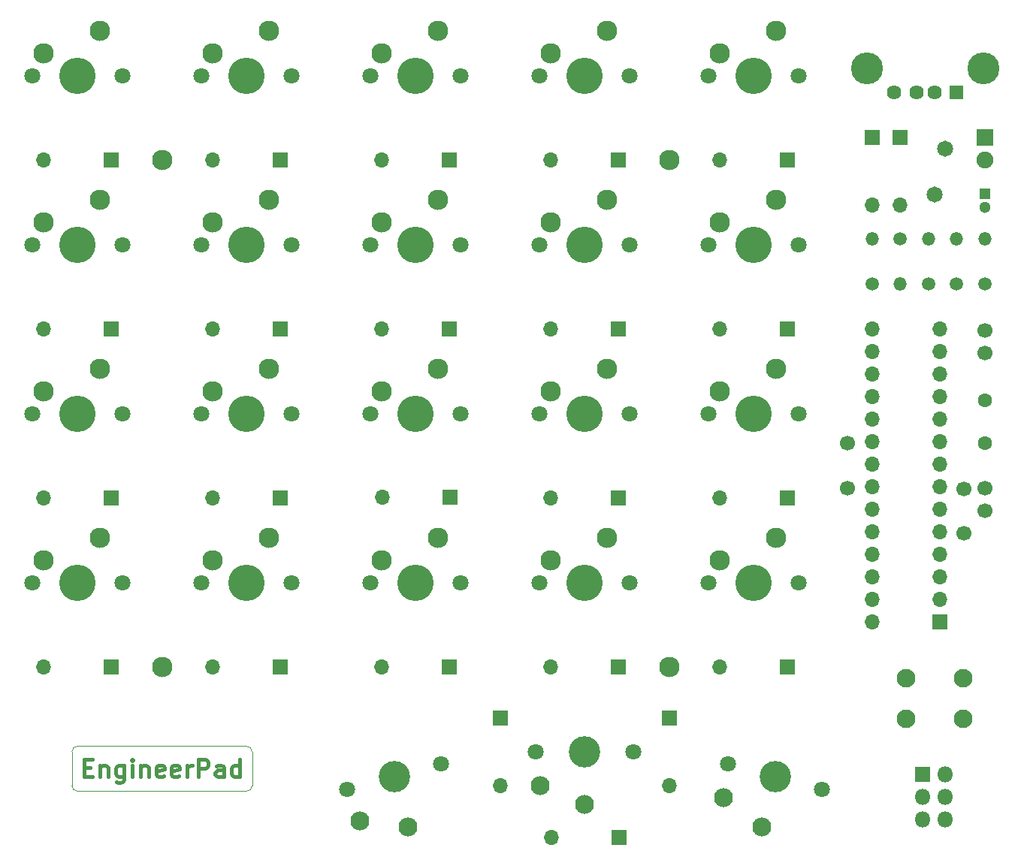
<source format=gbr>
%TF.GenerationSoftware,KiCad,Pcbnew,(5.1.6-0-10_14)*%
%TF.CreationDate,2020-09-02T17:46:37+08:00*%
%TF.ProjectId,EngineerPad,456e6769-6e65-4657-9250-61642e6b6963,v0.3*%
%TF.SameCoordinates,Original*%
%TF.FileFunction,Soldermask,Top*%
%TF.FilePolarity,Negative*%
%FSLAX46Y46*%
G04 Gerber Fmt 4.6, Leading zero omitted, Abs format (unit mm)*
G04 Created by KiCad (PCBNEW (5.1.6-0-10_14)) date 2020-09-02 17:46:37*
%MOMM*%
%LPD*%
G01*
G04 APERTURE LIST*
%ADD10C,0.120000*%
%ADD11C,0.400000*%
%ADD12C,1.624000*%
%ADD13R,1.624000X1.624000*%
%ADD14C,3.600000*%
%ADD15C,3.529000*%
%ADD16C,2.132000*%
%ADD17C,1.801800*%
%ADD18C,2.300000*%
%ADD19C,1.800000*%
%ADD20C,4.100000*%
%ADD21O,1.700000X1.700000*%
%ADD22R,1.700000X1.700000*%
%ADD23O,1.500000X1.500000*%
%ADD24C,1.500000*%
%ADD25R,1.800000X1.800000*%
%ADD26O,1.800000X1.800000*%
%ADD27C,1.810000*%
%ADD28C,1.900000*%
%ADD29R,1.900000X1.900000*%
%ADD30C,1.600000*%
%ADD31C,2.100000*%
%ADD32C,1.700000*%
%ADD33C,1.300000*%
%ADD34R,1.300000X1.300000*%
G04 APERTURE END LIST*
D10*
X84665000Y-142700000D02*
X84665000Y-146510000D01*
X104985000Y-146510000D02*
X104985000Y-142700000D01*
X104350000Y-142065000D02*
X85300000Y-142065000D01*
X104350000Y-147145000D02*
X85300000Y-147145000D01*
X104350000Y-142065000D02*
G75*
G02*
X104985000Y-142700000I0J-635000D01*
G01*
X104985000Y-146510000D02*
G75*
G02*
X104350000Y-147145000I-635000J0D01*
G01*
X85300000Y-147145000D02*
G75*
G02*
X84665000Y-146510000I0J635000D01*
G01*
X84665000Y-142700000D02*
G75*
G02*
X85300000Y-142065000I635000J0D01*
G01*
D11*
X86063095Y-144487542D02*
X86729761Y-144487542D01*
X87015476Y-145535161D02*
X86063095Y-145535161D01*
X86063095Y-143535161D01*
X87015476Y-143535161D01*
X87872619Y-144201828D02*
X87872619Y-145535161D01*
X87872619Y-144392304D02*
X87967857Y-144297066D01*
X88158333Y-144201828D01*
X88444047Y-144201828D01*
X88634523Y-144297066D01*
X88729761Y-144487542D01*
X88729761Y-145535161D01*
X90539285Y-144201828D02*
X90539285Y-145820876D01*
X90444047Y-146011352D01*
X90348809Y-146106590D01*
X90158333Y-146201828D01*
X89872619Y-146201828D01*
X89682142Y-146106590D01*
X90539285Y-145439923D02*
X90348809Y-145535161D01*
X89967857Y-145535161D01*
X89777380Y-145439923D01*
X89682142Y-145344685D01*
X89586904Y-145154209D01*
X89586904Y-144582780D01*
X89682142Y-144392304D01*
X89777380Y-144297066D01*
X89967857Y-144201828D01*
X90348809Y-144201828D01*
X90539285Y-144297066D01*
X91491666Y-145535161D02*
X91491666Y-144201828D01*
X91491666Y-143535161D02*
X91396428Y-143630400D01*
X91491666Y-143725638D01*
X91586904Y-143630400D01*
X91491666Y-143535161D01*
X91491666Y-143725638D01*
X92444047Y-144201828D02*
X92444047Y-145535161D01*
X92444047Y-144392304D02*
X92539285Y-144297066D01*
X92729761Y-144201828D01*
X93015476Y-144201828D01*
X93205952Y-144297066D01*
X93301190Y-144487542D01*
X93301190Y-145535161D01*
X95015476Y-145439923D02*
X94825000Y-145535161D01*
X94444047Y-145535161D01*
X94253571Y-145439923D01*
X94158333Y-145249447D01*
X94158333Y-144487542D01*
X94253571Y-144297066D01*
X94444047Y-144201828D01*
X94825000Y-144201828D01*
X95015476Y-144297066D01*
X95110714Y-144487542D01*
X95110714Y-144678019D01*
X94158333Y-144868495D01*
X96729761Y-145439923D02*
X96539285Y-145535161D01*
X96158333Y-145535161D01*
X95967857Y-145439923D01*
X95872619Y-145249447D01*
X95872619Y-144487542D01*
X95967857Y-144297066D01*
X96158333Y-144201828D01*
X96539285Y-144201828D01*
X96729761Y-144297066D01*
X96825000Y-144487542D01*
X96825000Y-144678019D01*
X95872619Y-144868495D01*
X97682142Y-145535161D02*
X97682142Y-144201828D01*
X97682142Y-144582780D02*
X97777380Y-144392304D01*
X97872619Y-144297066D01*
X98063095Y-144201828D01*
X98253571Y-144201828D01*
X98920238Y-145535161D02*
X98920238Y-143535161D01*
X99682142Y-143535161D01*
X99872619Y-143630400D01*
X99967857Y-143725638D01*
X100063095Y-143916114D01*
X100063095Y-144201828D01*
X99967857Y-144392304D01*
X99872619Y-144487542D01*
X99682142Y-144582780D01*
X98920238Y-144582780D01*
X101777380Y-145535161D02*
X101777380Y-144487542D01*
X101682142Y-144297066D01*
X101491666Y-144201828D01*
X101110714Y-144201828D01*
X100920238Y-144297066D01*
X101777380Y-145439923D02*
X101586904Y-145535161D01*
X101110714Y-145535161D01*
X100920238Y-145439923D01*
X100825000Y-145249447D01*
X100825000Y-145058971D01*
X100920238Y-144868495D01*
X101110714Y-144773257D01*
X101586904Y-144773257D01*
X101777380Y-144678019D01*
X103586904Y-145535161D02*
X103586904Y-143535161D01*
X103586904Y-145439923D02*
X103396428Y-145535161D01*
X103015476Y-145535161D01*
X102825000Y-145439923D01*
X102729761Y-145344685D01*
X102634523Y-145154209D01*
X102634523Y-144582780D01*
X102729761Y-144392304D01*
X102825000Y-144297066D01*
X103015476Y-144201828D01*
X103396428Y-144201828D01*
X103586904Y-144297066D01*
D12*
%TO.C,J2*%
X177360000Y-68405000D03*
X179860000Y-68405000D03*
X181860000Y-68405000D03*
D13*
X184360000Y-68405000D03*
D14*
X187430000Y-65695000D03*
X174290000Y-65695000D03*
%TD*%
D15*
%TO.C,SW22*%
X142450000Y-142700000D03*
D16*
X137450000Y-146500000D03*
X142450000Y-148600000D03*
D17*
X147950000Y-142700000D03*
X136950000Y-142700000D03*
%TD*%
D15*
%TO.C,SW23*%
X163913000Y-145494000D03*
D16*
X158099858Y-147870423D03*
X162385968Y-151192962D03*
D17*
X169225592Y-146917505D03*
X158600408Y-144070495D03*
%TD*%
D15*
%TO.C,SW21*%
X120987000Y-145494000D03*
D16*
X117140883Y-150458613D03*
X122514032Y-151192962D03*
D17*
X126299592Y-144070495D03*
X115674408Y-146917505D03*
%TD*%
D18*
%TO.C,H4*%
X151975000Y-133175000D03*
%TD*%
%TO.C,H3*%
X94825000Y-133175000D03*
%TD*%
%TO.C,H2*%
X151975000Y-76025000D03*
%TD*%
%TO.C,H1*%
X94825000Y-76025000D03*
%TD*%
D19*
%TO.C,SW20*%
X166580000Y-123650000D03*
X156420000Y-123650000D03*
D20*
X161500000Y-123650000D03*
D18*
X157690000Y-121110000D03*
X164040000Y-118570000D03*
%TD*%
D19*
%TO.C,SW19*%
X147530000Y-123650000D03*
X137370000Y-123650000D03*
D20*
X142450000Y-123650000D03*
D18*
X138640000Y-121110000D03*
X144990000Y-118570000D03*
%TD*%
D19*
%TO.C,SW18*%
X128480000Y-123650000D03*
X118320000Y-123650000D03*
D20*
X123400000Y-123650000D03*
D18*
X119590000Y-121110000D03*
X125940000Y-118570000D03*
%TD*%
D19*
%TO.C,SW17*%
X109430000Y-123650000D03*
X99270000Y-123650000D03*
D20*
X104350000Y-123650000D03*
D18*
X100540000Y-121110000D03*
X106890000Y-118570000D03*
%TD*%
D19*
%TO.C,SW16*%
X90380000Y-123650000D03*
X80220000Y-123650000D03*
D20*
X85300000Y-123650000D03*
D18*
X81490000Y-121110000D03*
X87840000Y-118570000D03*
%TD*%
D19*
%TO.C,SW15*%
X166580000Y-104600000D03*
X156420000Y-104600000D03*
D20*
X161500000Y-104600000D03*
D18*
X157690000Y-102060000D03*
X164040000Y-99520000D03*
%TD*%
D19*
%TO.C,SW14*%
X147530000Y-104600000D03*
X137370000Y-104600000D03*
D20*
X142450000Y-104600000D03*
D18*
X138640000Y-102060000D03*
X144990000Y-99520000D03*
%TD*%
D19*
%TO.C,SW13*%
X128480000Y-104600000D03*
X118320000Y-104600000D03*
D20*
X123400000Y-104600000D03*
D18*
X119590000Y-102060000D03*
X125940000Y-99520000D03*
%TD*%
D19*
%TO.C,SW12*%
X109430000Y-104600000D03*
X99270000Y-104600000D03*
D20*
X104350000Y-104600000D03*
D18*
X100540000Y-102060000D03*
X106890000Y-99520000D03*
%TD*%
D19*
%TO.C,SW11*%
X90380000Y-104600000D03*
X80220000Y-104600000D03*
D20*
X85300000Y-104600000D03*
D18*
X81490000Y-102060000D03*
X87840000Y-99520000D03*
%TD*%
D19*
%TO.C,SW10*%
X166580000Y-85550000D03*
X156420000Y-85550000D03*
D20*
X161500000Y-85550000D03*
D18*
X157690000Y-83010000D03*
X164040000Y-80470000D03*
%TD*%
D19*
%TO.C,SW9*%
X147530000Y-85550000D03*
X137370000Y-85550000D03*
D20*
X142450000Y-85550000D03*
D18*
X138640000Y-83010000D03*
X144990000Y-80470000D03*
%TD*%
D19*
%TO.C,SW8*%
X128480000Y-85550000D03*
X118320000Y-85550000D03*
D20*
X123400000Y-85550000D03*
D18*
X119590000Y-83010000D03*
X125940000Y-80470000D03*
%TD*%
D19*
%TO.C,SW7*%
X109430000Y-85550000D03*
X99270000Y-85550000D03*
D20*
X104350000Y-85550000D03*
D18*
X100540000Y-83010000D03*
X106890000Y-80470000D03*
%TD*%
D19*
%TO.C,SW6*%
X90380000Y-85550000D03*
X80220000Y-85550000D03*
D20*
X85300000Y-85550000D03*
D18*
X81490000Y-83010000D03*
X87840000Y-80470000D03*
%TD*%
D19*
%TO.C,SW5*%
X166580000Y-66500000D03*
X156420000Y-66500000D03*
D20*
X161500000Y-66500000D03*
D18*
X157690000Y-63960000D03*
X164040000Y-61420000D03*
%TD*%
D19*
%TO.C,SW4*%
X147530000Y-66500000D03*
X137370000Y-66500000D03*
D20*
X142450000Y-66500000D03*
D18*
X138640000Y-63960000D03*
X144990000Y-61420000D03*
%TD*%
D19*
%TO.C,SW3*%
X128480000Y-66500000D03*
X118320000Y-66500000D03*
D20*
X123400000Y-66500000D03*
D18*
X119590000Y-63960000D03*
X125940000Y-61420000D03*
%TD*%
D19*
%TO.C,SW2*%
X109430000Y-66500000D03*
X99270000Y-66500000D03*
D20*
X104350000Y-66500000D03*
D18*
X100540000Y-63960000D03*
X106890000Y-61420000D03*
%TD*%
D19*
%TO.C,SW1*%
X90380000Y-66500000D03*
X80220000Y-66500000D03*
D20*
X85300000Y-66500000D03*
D18*
X81490000Y-63960000D03*
X87840000Y-61420000D03*
%TD*%
D21*
%TO.C,D23*%
X151975000Y-146510000D03*
D22*
X151975000Y-138890000D03*
%TD*%
D21*
%TO.C,D22*%
X138690000Y-152400000D03*
D22*
X146310000Y-152400000D03*
%TD*%
D21*
%TO.C,D21*%
X133000000Y-146510000D03*
D22*
X133000000Y-138890000D03*
%TD*%
D21*
%TO.C,D20*%
X157690000Y-133175000D03*
D22*
X165310000Y-133175000D03*
%TD*%
D21*
%TO.C,D19*%
X138640000Y-133175000D03*
D22*
X146260000Y-133175000D03*
%TD*%
D21*
%TO.C,D18*%
X119590000Y-133175000D03*
D22*
X127210000Y-133175000D03*
%TD*%
D21*
%TO.C,D17*%
X100540000Y-133175000D03*
D22*
X108160000Y-133175000D03*
%TD*%
D21*
%TO.C,D16*%
X81490000Y-133175000D03*
D22*
X89110000Y-133175000D03*
%TD*%
D21*
%TO.C,D15*%
X157690000Y-114125000D03*
D22*
X165310000Y-114125000D03*
%TD*%
D21*
%TO.C,D14*%
X138640000Y-114125000D03*
D22*
X146260000Y-114125000D03*
%TD*%
D21*
%TO.C,D13*%
X119690000Y-114000000D03*
D22*
X127310000Y-114000000D03*
%TD*%
D21*
%TO.C,D12*%
X100540000Y-114125000D03*
D22*
X108160000Y-114125000D03*
%TD*%
D21*
%TO.C,D11*%
X81490000Y-114125000D03*
D22*
X89110000Y-114125000D03*
%TD*%
D21*
%TO.C,D10*%
X157690000Y-95075000D03*
D22*
X165310000Y-95075000D03*
%TD*%
D21*
%TO.C,D9*%
X138640000Y-95000000D03*
D22*
X146260000Y-95000000D03*
%TD*%
D21*
%TO.C,D8*%
X119590000Y-95075000D03*
D22*
X127210000Y-95075000D03*
%TD*%
D21*
%TO.C,D7*%
X100540000Y-95075000D03*
D22*
X108160000Y-95075000D03*
%TD*%
D21*
%TO.C,D6*%
X81490000Y-95075000D03*
D22*
X89110000Y-95075000D03*
%TD*%
D21*
%TO.C,D5*%
X157690000Y-76025000D03*
D22*
X165310000Y-76025000D03*
%TD*%
D21*
%TO.C,D4*%
X138640000Y-76025000D03*
D22*
X146260000Y-76025000D03*
%TD*%
D21*
%TO.C,D3*%
X119590000Y-76025000D03*
D22*
X127210000Y-76025000D03*
%TD*%
D21*
%TO.C,D2*%
X100540000Y-76025000D03*
D22*
X108160000Y-76025000D03*
%TD*%
D21*
%TO.C,D1*%
X81490000Y-76025000D03*
D22*
X89110000Y-76025000D03*
%TD*%
D23*
%TO.C,R6*%
X184360000Y-84915000D03*
D24*
X184360000Y-89995000D03*
%TD*%
D23*
%TO.C,R3*%
X181185000Y-84915000D03*
D24*
X181185000Y-89995000D03*
%TD*%
D23*
%TO.C,R1*%
X174835000Y-84915000D03*
D24*
X174835000Y-89995000D03*
%TD*%
D23*
%TO.C,R2*%
X178010000Y-89995000D03*
D24*
X178010000Y-84915000D03*
%TD*%
D23*
%TO.C,R5*%
X187535000Y-84915000D03*
D24*
X187535000Y-89995000D03*
%TD*%
D25*
%TO.C,J1*%
X180550000Y-145240000D03*
D26*
X183090000Y-145240000D03*
X180550000Y-147780000D03*
X183090000Y-147780000D03*
X180550000Y-150320000D03*
X183090000Y-150320000D03*
%TD*%
D21*
%TO.C,U1*%
X174835000Y-128095000D03*
X182455000Y-95075000D03*
X174835000Y-125555000D03*
X182455000Y-97615000D03*
X174835000Y-123015000D03*
X182455000Y-100155000D03*
X174835000Y-120475000D03*
X182455000Y-102695000D03*
X174835000Y-117935000D03*
X182455000Y-105235000D03*
X174835000Y-115395000D03*
X182455000Y-107775000D03*
X174835000Y-112855000D03*
X182455000Y-110315000D03*
X174835000Y-110315000D03*
X182455000Y-112855000D03*
X174835000Y-107775000D03*
X182455000Y-115395000D03*
X174835000Y-105235000D03*
X182455000Y-117935000D03*
X174835000Y-102695000D03*
X182455000Y-120475000D03*
X174835000Y-100155000D03*
X182455000Y-123015000D03*
X174835000Y-97615000D03*
X182455000Y-125555000D03*
X174835000Y-95075000D03*
D22*
X182455000Y-128095000D03*
%TD*%
D27*
%TO.C,F1*%
X183090000Y-74755000D03*
X181890000Y-79855000D03*
%TD*%
D28*
%TO.C,D26*%
X187535000Y-76025000D03*
D29*
X187535000Y-73485000D03*
%TD*%
D30*
%TO.C,Y1*%
X187535000Y-103070000D03*
X187535000Y-107950000D03*
%TD*%
D31*
%TO.C,Reset1*%
X185145000Y-134445000D03*
X185145000Y-138945000D03*
X178645000Y-134445000D03*
X178645000Y-138945000D03*
%TD*%
D21*
%TO.C,D25*%
X178010000Y-81105000D03*
D22*
X178010000Y-73485000D03*
%TD*%
D21*
%TO.C,D24*%
X174835000Y-81105000D03*
D22*
X174835000Y-73485000D03*
%TD*%
D32*
%TO.C,C5*%
X172092000Y-112950000D03*
X172092000Y-107950000D03*
%TD*%
%TO.C,C4*%
X185224000Y-118037000D03*
X185224000Y-113037000D03*
%TD*%
D33*
%TO.C,C3*%
X187535000Y-81335000D03*
D34*
X187535000Y-79835000D03*
%TD*%
D32*
%TO.C,C2*%
X187535000Y-113030000D03*
X187535000Y-115530000D03*
%TD*%
%TO.C,C1*%
X187535000Y-97750000D03*
X187535000Y-95250000D03*
%TD*%
M02*

</source>
